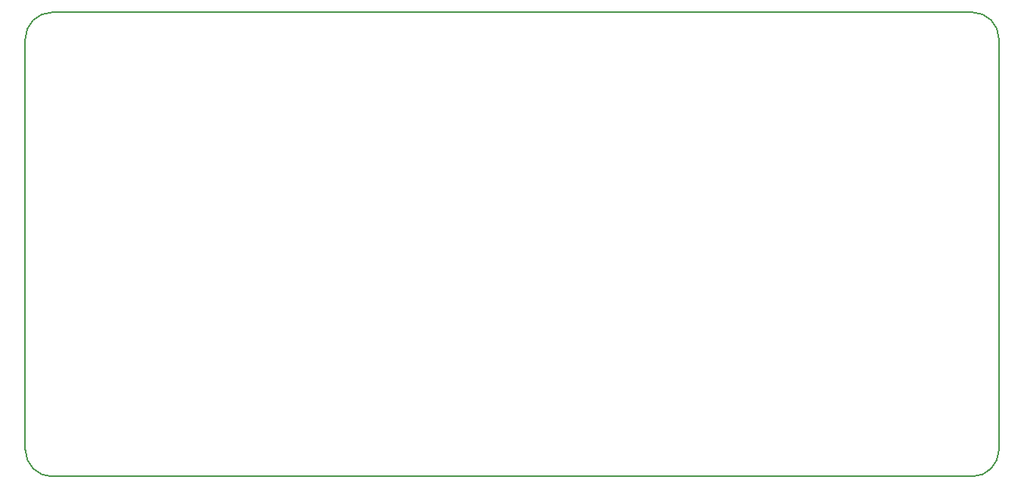
<source format=gbr>
G04 #@! TF.GenerationSoftware,KiCad,Pcbnew,(5.1.6)-1*
G04 #@! TF.CreationDate,2020-12-13T21:15:54+01:00*
G04 #@! TF.ProjectId,AR21_Battery_PCB,41523231-5f42-4617-9474-6572795f5043,rev?*
G04 #@! TF.SameCoordinates,Original*
G04 #@! TF.FileFunction,Profile,NP*
%FSLAX46Y46*%
G04 Gerber Fmt 4.6, Leading zero omitted, Abs format (unit mm)*
G04 Created by KiCad (PCBNEW (5.1.6)-1) date 2020-12-13 21:15:54*
%MOMM*%
%LPD*%
G01*
G04 APERTURE LIST*
G04 #@! TA.AperFunction,Profile*
%ADD10C,0.200000*%
G04 #@! TD*
G04 APERTURE END LIST*
D10*
X88962000Y-128108000D02*
G75*
G02*
X85962000Y-125108000I0J3000000D01*
G01*
X194962000Y-125108000D02*
G75*
G02*
X191962000Y-128108000I-3000000J0D01*
G01*
X191962000Y-76108000D02*
G75*
G02*
X194962000Y-79108000I0J-3000000D01*
G01*
X85962000Y-79108000D02*
G75*
G02*
X88962000Y-76108000I3000000J0D01*
G01*
X191962000Y-128108000D02*
X88962000Y-128108000D01*
X194962000Y-79108000D02*
X194962000Y-125108000D01*
X88962000Y-76108000D02*
X191962000Y-76108000D01*
X85962000Y-125108000D02*
X85962000Y-79108000D01*
M02*

</source>
